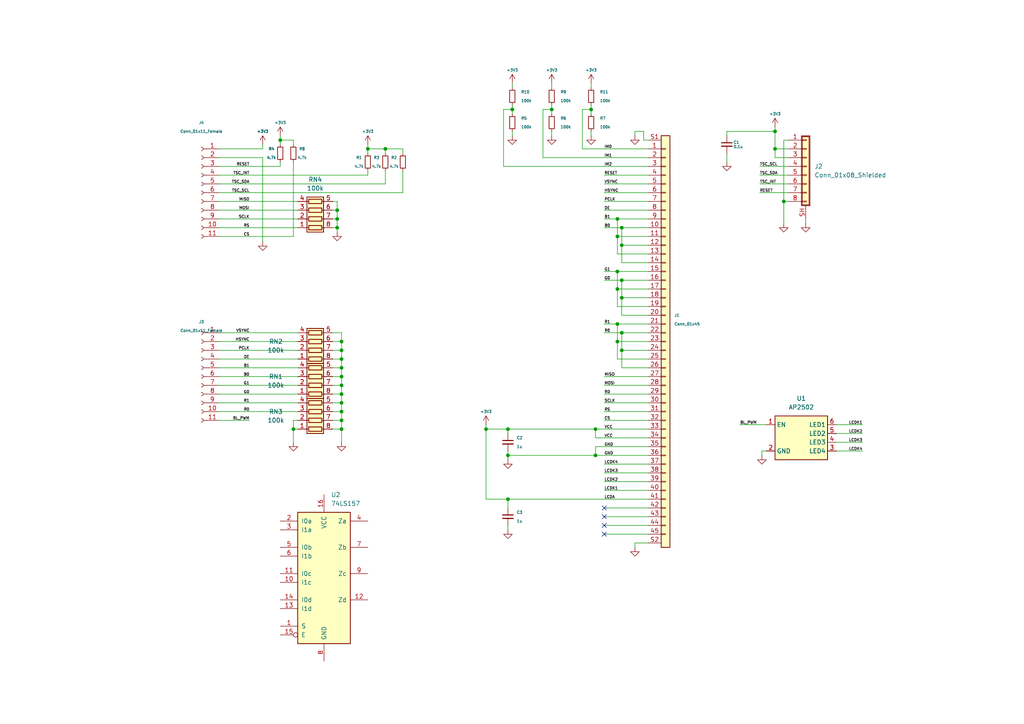
<source format=kicad_sch>
(kicad_sch (version 20211123) (generator eeschema)
  (paper "A4")
  (lib_symbols
    (symbol "74xx:74LS157" (pin_names (offset 1.016))
      (property "Reference" "U" (at -7.62 19.05 0))
      (property "Value" "74LS157" (at -7.62 -21.59 0))
      (symbol "74LS157_1_0"
        (pin input line (at -12.7 -15.24 0) (length 5.08) (name "S") (number "1"))
        (pin input line (at -12.7 -2.54 0) (length 5.08) (name "I1c") (number "10"))
        (pin input line (at -12.7 0 0) (length 5.08) (name "I0c") (number "11"))
        (pin output line (at 12.7 -7.62 180) (length 5.08) (name "Zd") (number "12"))
        (pin input line (at -12.7 -10.16 0) (length 5.08) (name "I1d") (number "13"))
        (pin input line (at -12.7 -7.62 0) (length 5.08) (name "I0d") (number "14"))
        (pin input inverted (at -12.7 -17.78 0) (length 5.08) (name "E") (number "15"))
        (pin power_in line (at 0 22.86 270) (length 5.08) (name "VCC") (number "16"))
        (pin input line (at -12.7 15.24 0) (length 5.08) (name "I0a") (number "2"))
        (pin input line (at -12.7 12.7 0) (length 5.08) (name "I1a") (number "3"))
        (pin output line (at 12.7 15.24 180) (length 5.08) (name "Za") (number "4"))
        (pin input line (at -12.7 7.62 0) (length 5.08) (name "I0b") (number "5"))
        (pin input line (at -12.7 5.08 0) (length 5.08) (name "I1b") (number "6"))
        (pin output line (at 12.7 7.62 180) (length 5.08) (name "Zb") (number "7"))
        (pin power_in line (at 0 -25.4 90) (length 5.08) (name "GND") (number "8"))
        (pin output line (at 12.7 0 180) (length 5.08) (name "Zc") (number "9"))
      )
      (symbol "74LS157_1_1"
        (rectangle (start -7.62 17.78) (end 7.62 -20.32) (stroke (width 0.254)) (fill (type background)))
      )
    )
    (symbol "Connector:Conn_01x11_Female" (pin_names (offset 1.016) hide)
      (property "Reference" "J" (at 0 15.24 0))
      (property "Value" "Conn_01x11_Female" (at 0 -15.24 0))
      (symbol "Conn_01x11_Female_1_1"
        (arc (start 0 -12.192) (mid -0.508 -12.7) (end 0 -13.208) (stroke (width 0.1524)))
        (arc (start 0 -9.652) (mid -0.508 -10.16) (end 0 -10.668) (stroke (width 0.1524)))
        (arc (start 0 -7.112) (mid -0.508 -7.62) (end 0 -8.128) (stroke (width 0.1524)))
        (arc (start 0 -4.572) (mid -0.508 -5.08) (end 0 -5.588) (stroke (width 0.1524)))
        (arc (start 0 -2.032) (mid -0.508 -2.54) (end 0 -3.048) (stroke (width 0.1524)))
        (polyline (pts (xy -1.27 -12.7) (xy -0.508 -12.7)) (stroke (width 0.1524)))
        (polyline (pts (xy -1.27 -10.16) (xy -0.508 -10.16)) (stroke (width 0.1524)))
        (polyline (pts (xy -1.27 -7.62) (xy -0.508 -7.62)) (stroke (width 0.1524)))
        (polyline (pts (xy -1.27 -5.08) (xy -0.508 -5.08)) (stroke (width 0.1524)))
        (polyline (pts (xy -1.27 -2.54) (xy -0.508 -2.54)) (stroke (width 0.1524)))
        (polyline (pts (xy -1.27 0) (xy -0.508 0)) (stroke (width 0.1524)))
        (polyline (pts (xy -1.27 2.54) (xy -0.508 2.54)) (stroke (width 0.1524)))
        (polyline (pts (xy -1.27 5.08) (xy -0.508 5.08)) (stroke (width 0.1524)))
        (polyline (pts (xy -1.27 7.62) (xy -0.508 7.62)) (stroke (width 0.1524)))
        (polyline (pts (xy -1.27 10.16) (xy -0.508 10.16)) (stroke (width 0.1524)))
        (polyline (pts (xy -1.27 12.7) (xy -0.508 12.7)) (stroke (width 0.1524)))
        (arc (start 0 0.508) (mid -0.508 0) (end 0 -0.508) (stroke (width 0.1524)))
        (arc (start 0 3.048) (mid -0.508 2.54) (end 0 2.032) (stroke (width 0.1524)))
        (arc (start 0 5.588) (mid -0.508 5.08) (end 0 4.572) (stroke (width 0.1524)))
        (arc (start 0 8.128) (mid -0.508 7.62) (end 0 7.112) (stroke (width 0.1524)))
        (arc (start 0 10.668) (mid -0.508 10.16) (end 0 9.652) (stroke (width 0.1524)))
        (arc (start 0 13.208) (mid -0.508 12.7) (end 0 12.192) (stroke (width 0.1524)))
        (pin passive line (at -5.08 12.7 0) (length 3.81) (name "Pin_1") (number "1"))
        (pin passive line (at -5.08 -10.16 0) (length 3.81) (name "Pin_10") (number "10"))
        (pin passive line (at -5.08 -12.7 0) (length 3.81) (name "Pin_11") (number "11"))
        (pin passive line (at -5.08 10.16 0) (length 3.81) (name "Pin_2") (number "2"))
        (pin passive line (at -5.08 7.62 0) (length 3.81) (name "Pin_3") (number "3"))
        (pin passive line (at -5.08 5.08 0) (length 3.81) (name "Pin_4") (number "4"))
        (pin passive line (at -5.08 2.54 0) (length 3.81) (name "Pin_5") (number "5"))
        (pin passive line (at -5.08 0 0) (length 3.81) (name "Pin_6") (number "6"))
        (pin passive line (at -5.08 -2.54 0) (length 3.81) (name "Pin_7") (number "7"))
        (pin passive line (at -5.08 -5.08 0) (length 3.81) (name "Pin_8") (number "8"))
        (pin passive line (at -5.08 -7.62 0) (length 3.81) (name "Pin_9") (number "9"))
      )
    )
    (symbol "Connector_Generic:Conn_01x40" (pin_names (offset 1.016) hide)
      (property "Reference" "J?" (at 2.54 0.0001 0))
      (property "Value" "Conn_01x45" (at 2.54 -2.5399 0))
      (symbol "Conn_01x40_1_1"
        (rectangle (start -1.27 -63.373) (end 0 -63.627) (stroke (width 0.1524)))
        (rectangle (start -1.27 -60.833) (end 0 -61.087) (stroke (width 0.1524)))
        (rectangle (start -1.27 -58.293) (end 0 -58.547) (stroke (width 0.1524)))
        (rectangle (start -1.27 -55.753) (end 0 -56.007) (stroke (width 0.1524)))
        (rectangle (start -1.27 -53.213) (end 0 -53.467) (stroke (width 0.1524)))
        (rectangle (start -1.27 -50.673) (end 0 -50.927) (stroke (width 0.1524)))
        (rectangle (start -1.27 -48.133) (end 0 -48.387) (stroke (width 0.1524)))
        (rectangle (start -1.27 -45.593) (end 0 -45.847) (stroke (width 0.1524)))
        (rectangle (start -1.27 -43.053) (end 0 -43.307) (stroke (width 0.1524)))
        (rectangle (start -1.27 -40.513) (end 0 -40.767) (stroke (width 0.1524)))
        (rectangle (start -1.27 -37.973) (end 0 -38.227) (stroke (width 0.1524)))
        (rectangle (start -1.27 -35.433) (end 0 -35.687) (stroke (width 0.1524)))
        (rectangle (start -1.27 -32.893) (end 0 -33.147) (stroke (width 0.1524)))
        (rectangle (start -1.27 -30.353) (end 0 -30.607) (stroke (width 0.1524)))
        (rectangle (start -1.27 -27.813) (end 0 -28.067) (stroke (width 0.1524)))
        (rectangle (start -1.27 -25.273) (end 0 -25.527) (stroke (width 0.1524)))
        (rectangle (start -1.27 -22.733) (end 0 -22.987) (stroke (width 0.1524)))
        (rectangle (start -1.27 -20.193) (end 0 -20.447) (stroke (width 0.1524)))
        (rectangle (start -1.27 -17.653) (end 0 -17.907) (stroke (width 0.1524)))
        (rectangle (start -1.27 -15.113) (end 0 -15.367) (stroke (width 0.1524)))
        (rectangle (start -1.27 -12.573) (end 0 -12.827) (stroke (width 0.1524)))
        (rectangle (start -1.27 -10.033) (end 0 -10.287) (stroke (width 0.1524)))
        (rectangle (start -1.27 -7.493) (end 0 -7.747) (stroke (width 0.1524)))
        (rectangle (start -1.27 -4.953) (end 0 -5.207) (stroke (width 0.1524)))
        (rectangle (start -1.27 -2.413) (end 0 -2.667) (stroke (width 0.1524)))
        (rectangle (start -1.27 0.127) (end 0 -0.127) (stroke (width 0.1524)))
        (rectangle (start -1.27 2.667) (end 0 2.413) (stroke (width 0.1524)))
        (rectangle (start -1.27 5.207) (end 0 4.953) (stroke (width 0.1524)))
        (rectangle (start -1.27 7.747) (end 0 7.493) (stroke (width 0.1524)))
        (rectangle (start -1.27 10.287) (end 0 10.033) (stroke (width 0.1524)))
        (rectangle (start -1.27 12.827) (end 0 12.573) (stroke (width 0.1524)))
        (rectangle (start -1.27 15.367) (end 0 15.113) (stroke (width 0.1524)))
        (rectangle (start -1.27 17.907) (end 0 17.653) (stroke (width 0.1524)))
        (rectangle (start -1.27 20.447) (end 0 20.193) (stroke (width 0.1524)))
        (rectangle (start -1.27 22.987) (end 0 22.733) (stroke (width 0.1524)))
        (rectangle (start -1.27 25.527) (end 0 25.273) (stroke (width 0.1524)))
        (rectangle (start -1.27 28.067) (end 0 27.813) (stroke (width 0.1524)))
        (rectangle (start -1.27 30.607) (end 0 30.353) (stroke (width 0.1524)))
        (rectangle (start -1.27 33.147) (end 0 32.893) (stroke (width 0.1524)))
        (rectangle (start -1.27 35.687) (end 0 35.433) (stroke (width 0.1524)))
        (rectangle (start -1.27 38.227) (end 0 37.973) (stroke (width 0.1524)))
        (rectangle (start -1.27 40.767) (end 0 40.513) (stroke (width 0.1524)))
        (rectangle (start -1.27 43.307) (end 0 43.053) (stroke (width 0.1524)))
        (rectangle (start -1.27 45.847) (end 0 45.593) (stroke (width 0.1524)))
        (rectangle (start -1.27 48.387) (end 0 48.133) (stroke (width 0.1524)))
        (rectangle (start -1.27 52.07) (end 1.27 -67.31) (stroke (width 0.254)) (fill (type background)))
        (pin passive line (at -5.08 48.26 0) (length 3.81) (name "Pin_1") (number "1"))
        (pin passive line (at -5.08 25.4 0) (length 3.81) (name "Pin_10") (number "10"))
        (pin passive line (at -5.08 22.86 0) (length 3.81) (name "Pin_11") (number "11"))
        (pin passive line (at -5.08 20.32 0) (length 3.81) (name "Pin_12") (number "12"))
        (pin passive line (at -5.08 17.78 0) (length 3.81) (name "Pin_13") (number "13"))
        (pin passive line (at -5.08 15.24 0) (length 3.81) (name "Pin_14") (number "14"))
        (pin passive line (at -5.08 12.7 0) (length 3.81) (name "Pin_15") (number "15"))
        (pin passive line (at -5.08 10.16 0) (length 3.81) (name "Pin_16") (number "16"))
        (pin passive line (at -5.08 7.62 0) (length 3.81) (name "Pin_17") (number "17"))
        (pin passive line (at -5.08 5.08 0) (length 3.81) (name "Pin_18") (number "18"))
        (pin passive line (at -5.08 2.54 0) (length 3.81) (name "Pin_19") (number "19"))
        (pin passive line (at -5.08 45.72 0) (length 3.81) (name "Pin_2") (number "2"))
        (pin passive line (at -5.08 0 0) (length 3.81) (name "Pin_20") (number "20"))
        (pin passive line (at -5.08 -2.54 0) (length 3.81) (name "Pin_21") (number "21"))
        (pin passive line (at -5.08 -5.08 0) (length 3.81) (name "Pin_22") (number "22"))
        (pin passive line (at -5.08 -7.62 0) (length 3.81) (name "Pin_23") (number "23"))
        (pin passive line (at -5.08 -10.16 0) (length 3.81) (name "Pin_24") (number "24"))
        (pin passive line (at -5.08 -12.7 0) (length 3.81) (name "Pin_25") (number "25"))
        (pin passive line (at -5.08 -15.24 0) (length 3.81) (name "Pin_26") (number "26"))
        (pin passive line (at -5.08 -17.78 0) (length 3.81) (name "Pin_27") (number "27"))
        (pin passive line (at -5.08 -20.32 0) (length 3.81) (name "Pin_28") (number "28"))
        (pin passive line (at -5.08 -22.86 0) (length 3.81) (name "Pin_29") (number "29"))
        (pin passive line (at -5.08 43.18 0) (length 3.81) (name "Pin_3") (number "3"))
        (pin passive line (at -5.08 -25.4 0) (length 3.81) (name "Pin_30") (number "30"))
        (pin passive line (at -5.08 -27.94 0) (length 3.81) (name "Pin_31") (number "31"))
        (pin passive line (at -5.08 -30.48 0) (length 3.81) (name "Pin_32") (number "32"))
        (pin passive line (at -5.08 -33.02 0) (length 3.81) (name "Pin_33") (number "33"))
        (pin passive line (at -5.08 -35.56 0) (length 3.81) (name "Pin_34") (number "34"))
        (pin passive line (at -5.08 -38.1 0) (length 3.81) (name "Pin_35") (number "35"))
        (pin passive line (at -5.08 -40.64 0) (length 3.81) (name "Pin_36") (number "36"))
        (pin passive line (at -5.08 -43.18 0) (length 3.81) (name "Pin_37") (number "37"))
        (pin passive line (at -5.08 -45.72 0) (length 3.81) (name "Pin_38") (number "38"))
        (pin passive line (at -5.08 -48.26 0) (length 3.81) (name "Pin_39") (number "39"))
        (pin passive line (at -5.08 40.64 0) (length 3.81) (name "Pin_4") (number "4"))
        (pin passive line (at -5.08 -50.8 0) (length 3.81) (name "Pin_40") (number "40"))
        (pin passive line (at -5.08 -53.34 0) (length 3.81) (name "Pin_40") (number "41"))
        (pin passive line (at -5.08 -55.88 0) (length 3.81) (name "Pin_40") (number "42"))
        (pin passive line (at -5.08 -58.42 0) (length 3.81) (name "Pin_40") (number "43"))
        (pin passive line (at -5.08 -60.96 0) (length 3.81) (name "Pin_40") (number "44"))
        (pin passive line (at -5.08 -63.5 0) (length 3.81) (name "Pin_40") (number "45"))
        (pin passive line (at -5.08 38.1 0) (length 3.81) (name "Pin_5") (number "5"))
        (pin passive line (at -5.08 35.56 0) (length 3.81) (name "Pin_6") (number "6"))
        (pin passive line (at -5.08 33.02 0) (length 3.81) (name "Pin_7") (number "7"))
        (pin passive line (at -5.08 30.48 0) (length 3.81) (name "Pin_8") (number "8"))
        (pin passive line (at -5.08 27.94 0) (length 3.81) (name "Pin_9") (number "9"))
        (pin passive line (at -5.08 50.8 0) (length 3.81) (name "S1") (number "S1"))
        (pin passive line (at -5.08 -66.04 0) (length 3.81) (name "S2") (number "S2"))
      )
    )
    (symbol "Connector_Generic_Shielded:Conn_01x08_Shielded" (pin_names (offset 1.016) hide)
      (property "Reference" "J" (at 0.254 9.906 0))
      (property "Value" "Conn_01x08_Shielded" (at 1.016 -12.446 0))
      (symbol "Conn_01x08_Shielded_1_1"
        (rectangle (start -1.27 8.89) (end 1.27 -11.43) (stroke (width 0.1524)))
        (rectangle (start -1.016 -10.033) (end 0.254 -10.287) (stroke (width 0.1524)))
        (rectangle (start -1.016 -7.493) (end 0.254 -7.747) (stroke (width 0.1524)))
        (rectangle (start -1.016 -4.953) (end 0.254 -5.207) (stroke (width 0.1524)))
        (rectangle (start -1.016 -2.413) (end 0.254 -2.667) (stroke (width 0.1524)))
        (rectangle (start -1.016 0.127) (end 0.254 -0.127) (stroke (width 0.1524)))
        (rectangle (start -1.016 2.667) (end 0.254 2.413) (stroke (width 0.1524)))
        (rectangle (start -1.016 5.207) (end 0.254 4.953) (stroke (width 0.1524)))
        (rectangle (start -1.016 7.747) (end 0.254 7.493) (stroke (width 0.1524)))
        (rectangle (start -1.016 8.636) (end 1.016 -11.176) (stroke (width 0.254)) (fill (type background)))
        (pin passive line (at -5.08 7.62 0) (length 4.064) (name "Pin_1") (number "1"))
        (pin passive line (at -5.08 5.08 0) (length 4.064) (name "Pin_2") (number "2"))
        (pin passive line (at -5.08 2.54 0) (length 4.064) (name "Pin_3") (number "3"))
        (pin passive line (at -5.08 0 0) (length 4.064) (name "Pin_4") (number "4"))
        (pin passive line (at -5.08 -2.54 0) (length 4.064) (name "Pin_5") (number "5"))
        (pin passive line (at -5.08 -5.08 0) (length 4.064) (name "Pin_6") (number "6"))
        (pin passive line (at -5.08 -7.62 0) (length 4.064) (name "Pin_7") (number "7"))
        (pin passive line (at -5.08 -10.16 0) (length 4.064) (name "Pin_8") (number "8"))
        (pin passive line (at 0 -15.24 90) (length 3.81) (name "Shield") (number "SH"))
      )
    )
    (symbol "Device:C_Small" (pin_numbers hide) (pin_names (offset 0.254) hide)
      (property "Reference" "C" (at 0.254 1.778 0))
      (property "Value" "C_Small" (at 0.254 -2.032 0))
      (symbol "C_Small_0_1"
        (polyline (pts (xy -1.524 -0.508) (xy 1.524 -0.508)) (stroke (width 0.3302)))
        (polyline (pts (xy -1.524 0.508) (xy 1.524 0.508)) (stroke (width 0.3048)))
      )
      (symbol "C_Small_1_1"
        (pin passive line (at 0 2.54 270) (length 2.032) (name "~") (number "1"))
        (pin passive line (at 0 -2.54 90) (length 2.032) (name "~") (number "2"))
      )
    )
    (symbol "Device:R_Pack04" (pin_names (offset 0) hide)
      (property "Reference" "RN" (at -7.62 0 90))
      (property "Value" "R_Pack04" (at 5.08 0 90))
      (symbol "R_Pack04_0_1"
        (rectangle (start -6.35 -2.413) (end 3.81 2.413) (stroke (width 0.254)) (fill (type background)))
        (rectangle (start -5.715 1.905) (end -4.445 -1.905) (stroke (width 0.254)))
        (rectangle (start -3.175 1.905) (end -1.905 -1.905) (stroke (width 0.254)))
        (rectangle (start -0.635 1.905) (end 0.635 -1.905) (stroke (width 0.254)))
        (polyline (pts (xy -5.08 -2.54) (xy -5.08 -1.905)))
        (polyline (pts (xy -5.08 1.905) (xy -5.08 2.54)))
        (polyline (pts (xy -2.54 -2.54) (xy -2.54 -1.905)))
        (polyline (pts (xy -2.54 1.905) (xy -2.54 2.54)))
        (polyline (pts (xy 0 -2.54) (xy 0 -1.905)))
        (polyline (pts (xy 0 1.905) (xy 0 2.54)))
        (polyline (pts (xy 2.54 -2.54) (xy 2.54 -1.905)))
        (polyline (pts (xy 2.54 1.905) (xy 2.54 2.54)))
        (rectangle (start 1.905 1.905) (end 3.175 -1.905) (stroke (width 0.254)))
      )
      (symbol "R_Pack04_1_1"
        (pin passive line (at -5.08 -5.08 90) (length 2.54) (name "R1.1") (number "1"))
        (pin passive line (at -2.54 -5.08 90) (length 2.54) (name "R2.1") (number "2"))
        (pin passive line (at 0 -5.08 90) (length 2.54) (name "R3.1") (number "3"))
        (pin passive line (at 2.54 -5.08 90) (length 2.54) (name "R4.1") (number "4"))
        (pin passive line (at 2.54 5.08 270) (length 2.54) (name "R4.2") (number "5"))
        (pin passive line (at 0 5.08 270) (length 2.54) (name "R3.2") (number "6"))
        (pin passive line (at -2.54 5.08 270) (length 2.54) (name "R2.2") (number "7"))
        (pin passive line (at -5.08 5.08 270) (length 2.54) (name "R1.2") (number "8"))
      )
    )
    (symbol "Device:R_Small" (pin_numbers hide) (pin_names (offset 0.254) hide)
      (property "Reference" "R" (at 0.762 0.508 0))
      (property "Value" "R_Small" (at 0.762 -1.016 0))
      (symbol "R_Small_0_1"
        (rectangle (start -0.762 1.778) (end 0.762 -1.778) (stroke (width 0.2032)))
      )
      (symbol "R_Small_1_1"
        (pin passive line (at 0 2.54 270) (length 0.762) (name "~") (number "1"))
        (pin passive line (at 0 -2.54 90) (length 0.762) (name "~") (number "2"))
      )
    )
    (symbol "bt_PMIC_Linear:AP2502"
      (property "Reference" "U" (at 0 -7.62 0))
      (property "Value" "AP2502" (at 0 8.255 0))
      (symbol "AP2502_0_1"
        (rectangle (start -7.62 6.35) (end 7.62 -6.35) (stroke (width 0.25)) (fill (type background)))
      )
      (symbol "AP2502_1_1"
        (pin input line (at -10.16 3.81 0) (length 2.54) (name "EN") (number "1"))
        (pin input line (at -10.16 -3.81 0) (length 2.54) (name "GND") (number "2"))
        (pin input line (at 10.16 -3.81 180) (length 2.54) (name "LED4") (number "3"))
        (pin input line (at 10.16 -1.27 180) (length 2.54) (name "LED3") (number "4"))
        (pin input line (at 10.16 1.27 180) (length 2.54) (name "LED2") (number "5"))
        (pin input line (at 10.16 3.81 180) (length 2.54) (name "LED1") (number "6"))
      )
    )
    (symbol "power:+3V3" (power) (pin_names (offset 0))
      (property "Value" "+3V3" (at 0 3.556 0))
      (symbol "+3V3_0_1"
        (polyline (pts (xy -0.762 1.27) (xy 0 2.54)))
        (polyline (pts (xy 0 0) (xy 0 2.54)))
        (polyline (pts (xy 0 2.54) (xy 0.762 1.27)))
      )
      (symbol "+3V3_1_1"
        (pin power_in line (at 0 0 90) (length 0) hide (name "+3V3") (number "1"))
      )
    )
    (symbol "power:GND" (power) (pin_names (offset 0))
      (property "Value" "GND" (at 0 -3.81 0))
      (symbol "GND_0_1"
        (polyline (pts (xy 0 0) (xy 0 -1.27) (xy 1.27 -1.27) (xy 0 -2.54) (xy -1.27 -1.27) (xy 0 -1.27)))
      )
      (symbol "GND_1_1"
        (pin power_in line (at 0 0 270) (length 0) hide (name "GND") (number "1"))
      )
    )
  )
  (junction (at 99.06 101.6))
  (junction (at 140.97 124.46))
  (junction (at 99.06 109.22))
  (junction (at 97.79 60.96))
  (junction (at 99.06 104.14))
  (junction (at 227.33 58.42))
  (junction (at 179.07 93.98))
  (junction (at 111.76 43.18))
  (junction (at 97.79 63.5))
  (junction (at 99.06 116.84))
  (junction (at 180.34 101.6))
  (junction (at 147.32 132.08))
  (junction (at 172.72 132.08))
  (junction (at 97.79 66.04))
  (junction (at 179.07 99.06))
  (junction (at 99.06 119.38))
  (junction (at 179.07 78.74))
  (junction (at 172.72 124.46))
  (junction (at 99.06 121.92))
  (junction (at 85.09 124.46))
  (junction (at 179.07 63.5))
  (junction (at 99.06 111.76))
  (junction (at 180.34 96.52))
  (junction (at 179.07 83.82))
  (junction (at 147.32 144.78))
  (junction (at 99.06 106.68))
  (junction (at 81.28 40.64))
  (junction (at 99.06 124.46))
  (junction (at 224.79 43.18))
  (junction (at 147.32 124.46))
  (junction (at 180.34 66.04))
  (junction (at 224.79 38.1))
  (junction (at 99.06 99.06))
  (junction (at 99.06 114.3))
  (junction (at 180.34 86.36))
  (junction (at 180.34 81.28))
  (junction (at 179.07 68.58))
  (junction (at 180.34 71.12))
  (junction (at 106.68 43.18))
  (junction (at 160.02 31.75))
  (junction (at 171.45 31.75))
  (junction (at 148.59 31.75))
  (no_connect (at 175.26 147.32))
  (no_connect (at 175.26 149.86))
  (no_connect (at 175.26 152.4))
  (no_connect (at 175.26 154.94))
  (wire (pts (xy 157.48 31.75) (xy 160.02 31.75)))
  (wire (pts (xy 81.28 40.64) (xy 85.09 40.64)))
  (wire (pts (xy 96.52 116.84) (xy 99.06 116.84)))
  (wire (pts (xy 220.345 53.34) (xy 228.6 53.34)))
  (wire (pts (xy 96.52 106.68) (xy 99.06 106.68)))
  (wire (pts (xy 116.84 43.18) (xy 116.84 44.45)))
  (wire (pts (xy 172.72 127) (xy 172.72 124.46)))
  (wire (pts (xy 179.07 68.58) (xy 187.96 68.58)))
  (wire (pts (xy 186.69 38.1) (xy 186.69 40.64)))
  (wire (pts (xy 148.59 31.75) (xy 148.59 33.02)))
  (wire (pts (xy 160.02 31.75) (xy 160.02 30.48)))
  (wire (pts (xy 147.32 132.08) (xy 172.72 132.08)))
  (wire (pts (xy 233.68 64.77) (xy 233.68 63.5)))
  (wire (pts (xy 168.91 43.18) (xy 168.91 31.75)))
  (wire (pts (xy 210.82 38.1) (xy 224.79 38.1)))
  (wire (pts (xy 172.72 129.54) (xy 187.96 129.54)))
  (wire (pts (xy 175.26 142.24) (xy 187.96 142.24)))
  (wire (pts (xy 99.06 96.52) (xy 96.52 96.52)))
  (wire (pts (xy 63.5 99.06) (xy 86.36 99.06)))
  (wire (pts (xy 63.5 101.6) (xy 86.36 101.6)))
  (wire (pts (xy 96.52 104.14) (xy 99.06 104.14)))
  (wire (pts (xy 86.36 121.92) (xy 85.09 121.92)))
  (wire (pts (xy 175.26 78.74) (xy 179.07 78.74)))
  (wire (pts (xy 63.5 48.26) (xy 81.28 48.26)))
  (wire (pts (xy 63.5 68.58) (xy 85.09 68.58)))
  (wire (pts (xy 99.06 109.22) (xy 99.06 111.76)))
  (wire (pts (xy 63.5 114.3) (xy 86.36 114.3)))
  (wire (pts (xy 99.06 116.84) (xy 99.06 119.38)))
  (wire (pts (xy 157.48 45.72) (xy 187.96 45.72)))
  (wire (pts (xy 210.82 44.45) (xy 210.82 46.99)))
  (wire (pts (xy 184.15 38.1) (xy 186.69 38.1)))
  (wire (pts (xy 175.26 96.52) (xy 180.34 96.52)))
  (wire (pts (xy 179.07 68.58) (xy 179.07 63.5)))
  (wire (pts (xy 180.34 106.68) (xy 180.34 101.6)))
  (wire (pts (xy 99.06 124.46) (xy 99.06 128.27)))
  (wire (pts (xy 242.57 128.27) (xy 250.19 128.27)))
  (wire (pts (xy 96.52 99.06) (xy 99.06 99.06)))
  (wire (pts (xy 172.72 124.46) (xy 187.96 124.46)))
  (wire (pts (xy 175.26 152.4) (xy 187.96 152.4)))
  (wire (pts (xy 175.26 119.38) (xy 187.96 119.38)))
  (wire (pts (xy 97.79 66.04) (xy 97.79 63.5)))
  (wire (pts (xy 63.5 63.5) (xy 86.36 63.5)))
  (wire (pts (xy 85.09 121.92) (xy 85.09 124.46)))
  (wire (pts (xy 168.91 43.18) (xy 187.96 43.18)))
  (wire (pts (xy 146.05 48.26) (xy 187.96 48.26)))
  (wire (pts (xy 171.45 39.37) (xy 171.45 38.1)))
  (wire (pts (xy 179.07 104.14) (xy 187.96 104.14)))
  (wire (pts (xy 175.26 137.16) (xy 187.96 137.16)))
  (wire (pts (xy 116.84 49.53) (xy 116.84 55.88)))
  (wire (pts (xy 175.26 147.32) (xy 187.96 147.32)))
  (wire (pts (xy 184.15 158.75) (xy 184.15 157.48)))
  (wire (pts (xy 224.79 38.1) (xy 224.79 43.18)))
  (wire (pts (xy 63.5 121.92) (xy 72.39 121.92)))
  (wire (pts (xy 147.32 153.67) (xy 147.32 152.4)))
  (wire (pts (xy 63.5 96.52) (xy 86.36 96.52)))
  (wire (pts (xy 171.45 24.13) (xy 171.45 25.4)))
  (wire (pts (xy 63.5 66.04) (xy 86.36 66.04)))
  (wire (pts (xy 175.26 149.86) (xy 187.96 149.86)))
  (wire (pts (xy 171.45 31.75) (xy 171.45 33.02)))
  (wire (pts (xy 175.26 114.3) (xy 187.96 114.3)))
  (wire (pts (xy 179.07 88.9) (xy 179.07 83.82)))
  (wire (pts (xy 99.06 114.3) (xy 99.06 116.84)))
  (wire (pts (xy 63.5 109.22) (xy 86.36 109.22)))
  (wire (pts (xy 147.32 130.81) (xy 147.32 132.08)))
  (wire (pts (xy 97.79 60.96) (xy 96.52 60.96)))
  (wire (pts (xy 224.79 36.83) (xy 224.79 38.1)))
  (wire (pts (xy 210.82 39.37) (xy 210.82 38.1)))
  (wire (pts (xy 106.68 49.53) (xy 106.68 50.8)))
  (wire (pts (xy 85.09 68.58) (xy 85.09 46.99)))
  (wire (pts (xy 179.07 93.98) (xy 187.96 93.98)))
  (wire (pts (xy 111.76 43.18) (xy 111.76 44.45)))
  (wire (pts (xy 160.02 24.13) (xy 160.02 25.4)))
  (wire (pts (xy 175.26 63.5) (xy 179.07 63.5)))
  (wire (pts (xy 63.5 119.38) (xy 86.36 119.38)))
  (wire (pts (xy 175.26 139.7) (xy 187.96 139.7)))
  (wire (pts (xy 168.91 31.75) (xy 171.45 31.75)))
  (wire (pts (xy 175.26 116.84) (xy 187.96 116.84)))
  (wire (pts (xy 147.32 124.46) (xy 172.72 124.46)))
  (wire (pts (xy 224.79 43.18) (xy 224.79 45.72)))
  (wire (pts (xy 111.76 43.18) (xy 116.84 43.18)))
  (wire (pts (xy 175.26 111.76) (xy 187.96 111.76)))
  (wire (pts (xy 227.33 64.77) (xy 227.33 58.42)))
  (wire (pts (xy 224.79 43.18) (xy 228.6 43.18)))
  (wire (pts (xy 96.52 111.76) (xy 99.06 111.76)))
  (wire (pts (xy 81.28 46.99) (xy 81.28 48.26)))
  (wire (pts (xy 175.26 58.42) (xy 187.96 58.42)))
  (wire (pts (xy 220.345 48.26) (xy 228.6 48.26)))
  (wire (pts (xy 76.2 45.72) (xy 63.5 45.72)))
  (wire (pts (xy 99.06 104.14) (xy 99.06 101.6)))
  (wire (pts (xy 228.6 45.72) (xy 224.79 45.72)))
  (wire (pts (xy 171.45 31.75) (xy 171.45 30.48)))
  (wire (pts (xy 180.34 101.6) (xy 187.96 101.6)))
  (wire (pts (xy 99.06 121.92) (xy 99.06 124.46)))
  (wire (pts (xy 99.06 111.76) (xy 99.06 114.3)))
  (wire (pts (xy 106.68 43.18) (xy 111.76 43.18)))
  (wire (pts (xy 63.5 43.18) (xy 76.2 43.18)))
  (wire (pts (xy 140.97 124.46) (xy 147.32 124.46)))
  (wire (pts (xy 220.345 50.8) (xy 228.6 50.8)))
  (wire (pts (xy 179.07 83.82) (xy 187.96 83.82)))
  (wire (pts (xy 175.26 134.62) (xy 187.96 134.62)))
  (wire (pts (xy 180.34 71.12) (xy 187.96 71.12)))
  (wire (pts (xy 147.32 147.32) (xy 147.32 144.78)))
  (wire (pts (xy 96.52 109.22) (xy 99.06 109.22)))
  (wire (pts (xy 179.07 73.66) (xy 187.96 73.66)))
  (wire (pts (xy 186.69 40.64) (xy 187.96 40.64)))
  (wire (pts (xy 179.07 73.66) (xy 179.07 68.58)))
  (wire (pts (xy 172.72 129.54) (xy 172.72 132.08)))
  (wire (pts (xy 227.33 40.64) (xy 227.33 58.42)))
  (wire (pts (xy 175.26 66.04) (xy 180.34 66.04)))
  (wire (pts (xy 180.34 86.36) (xy 187.96 86.36)))
  (wire (pts (xy 180.34 76.2) (xy 180.34 71.12)))
  (wire (pts (xy 184.15 157.48) (xy 187.96 157.48)))
  (wire (pts (xy 175.26 154.94) (xy 187.96 154.94)))
  (wire (pts (xy 180.34 91.44) (xy 180.34 86.36)))
  (wire (pts (xy 242.57 125.73) (xy 250.19 125.73)))
  (wire (pts (xy 106.68 41.91) (xy 106.68 43.18)))
  (wire (pts (xy 76.2 45.72) (xy 76.2 70.104)))
  (wire (pts (xy 63.5 111.76) (xy 86.36 111.76)))
  (wire (pts (xy 63.5 116.84) (xy 86.36 116.84)))
  (wire (pts (xy 147.32 133.35) (xy 147.32 132.08)))
  (wire (pts (xy 147.32 124.46) (xy 147.32 125.73)))
  (wire (pts (xy 63.5 50.8) (xy 106.68 50.8)))
  (wire (pts (xy 99.06 119.38) (xy 99.06 121.92)))
  (wire (pts (xy 147.32 144.78) (xy 140.97 144.78)))
  (wire (pts (xy 180.34 106.68) (xy 187.96 106.68)))
  (wire (pts (xy 220.345 55.88) (xy 228.6 55.88)))
  (wire (pts (xy 85.09 40.64) (xy 85.09 41.91)))
  (wire (pts (xy 97.79 63.5) (xy 96.52 63.5)))
  (wire (pts (xy 172.72 127) (xy 187.96 127)))
  (wire (pts (xy 180.34 91.44) (xy 187.96 91.44)))
  (wire (pts (xy 140.97 123.19) (xy 140.97 124.46)))
  (wire (pts (xy 97.79 63.5) (xy 97.79 60.96)))
  (wire (pts (xy 99.06 106.68) (xy 99.06 109.22)))
  (wire (pts (xy 96.52 101.6) (xy 99.06 101.6)))
  (wire (pts (xy 160.02 39.37) (xy 160.02 38.1)))
  (wire (pts (xy 175.26 81.28) (xy 180.34 81.28)))
  (wire (pts (xy 179.07 99.06) (xy 187.96 99.06)))
  (wire (pts (xy 220.98 130.81) (xy 222.25 130.81)))
  (wire (pts (xy 179.07 88.9) (xy 187.96 88.9)))
  (wire (pts (xy 97.79 66.04) (xy 96.52 66.04)))
  (wire (pts (xy 111.76 49.53) (xy 111.76 53.34)))
  (wire (pts (xy 175.26 109.22) (xy 187.96 109.22)))
  (wire (pts (xy 99.06 124.46) (xy 96.52 124.46)))
  (wire (pts (xy 146.05 48.26) (xy 146.05 31.75)))
  (wire (pts (xy 214.63 123.19) (xy 222.25 123.19)))
  (wire (pts (xy 179.07 63.5) (xy 187.96 63.5)))
  (wire (pts (xy 148.59 31.75) (xy 148.59 30.48)))
  (wire (pts (xy 147.32 144.78) (xy 187.96 144.78)))
  (wire (pts (xy 179.07 83.82) (xy 179.07 78.74)))
  (wire (pts (xy 99.06 106.68) (xy 99.06 104.14)))
  (wire (pts (xy 81.28 41.91) (xy 81.28 40.64)))
  (wire (pts (xy 63.5 53.34) (xy 111.76 53.34)))
  (wire (pts (xy 242.57 130.81) (xy 250.19 130.81)))
  (wire (pts (xy 180.34 76.2) (xy 187.96 76.2)))
  (wire (pts (xy 96.52 121.92) (xy 99.06 121.92)))
  (wire (pts (xy 175.26 50.8) (xy 187.96 50.8)))
  (wire (pts (xy 160.02 31.75) (xy 160.02 33.02)))
  (wire (pts (xy 97.79 58.42) (xy 96.52 58.42)))
  (wire (pts (xy 81.28 40.64) (xy 81.28 39.37)))
  (wire (pts (xy 180.34 71.12) (xy 180.34 66.04)))
  (wire (pts (xy 175.26 60.96) (xy 187.96 60.96)))
  (wire (pts (xy 179.07 99.06) (xy 179.07 93.98)))
  (wire (pts (xy 172.72 132.08) (xy 187.96 132.08)))
  (wire (pts (xy 175.26 121.92) (xy 187.96 121.92)))
  (wire (pts (xy 175.26 93.98) (xy 179.07 93.98)))
  (wire (pts (xy 180.34 86.36) (xy 180.34 81.28)))
  (wire (pts (xy 157.48 45.72) (xy 157.48 31.75)))
  (wire (pts (xy 99.06 101.6) (xy 99.06 99.06)))
  (wire (pts (xy 227.33 58.42) (xy 228.6 58.42)))
  (wire (pts (xy 180.34 66.04) (xy 187.96 66.04)))
  (wire (pts (xy 63.5 106.68) (xy 86.36 106.68)))
  (wire (pts (xy 63.5 58.42) (xy 86.36 58.42)))
  (wire (pts (xy 85.09 124.46) (xy 86.36 124.46)))
  (wire (pts (xy 228.6 40.64) (xy 227.33 40.64)))
  (wire (pts (xy 99.06 99.06) (xy 99.06 96.52)))
  (wire (pts (xy 179.07 104.14) (xy 179.07 99.06)))
  (wire (pts (xy 63.5 55.88) (xy 116.84 55.88)))
  (wire (pts (xy 96.52 119.38) (xy 99.06 119.38)))
  (wire (pts (xy 148.59 24.13) (xy 148.59 25.4)))
  (wire (pts (xy 148.59 39.37) (xy 148.59 38.1)))
  (wire (pts (xy 180.34 101.6) (xy 180.34 96.52)))
  (wire (pts (xy 63.5 60.96) (xy 86.36 60.96)))
  (wire (pts (xy 106.68 43.18) (xy 106.68 44.45)))
  (wire (pts (xy 97.79 67.31) (xy 97.79 66.04)))
  (wire (pts (xy 184.15 39.37) (xy 184.15 38.1)))
  (wire (pts (xy 146.05 31.75) (xy 148.59 31.75)))
  (wire (pts (xy 97.79 60.96) (xy 97.79 58.42)))
  (wire (pts (xy 175.26 53.34) (xy 187.96 53.34)))
  (wire (pts (xy 180.34 96.52) (xy 187.96 96.52)))
  (wire (pts (xy 140.97 144.78) (xy 140.97 124.46)))
  (wire (pts (xy 96.52 114.3) (xy 99.06 114.3)))
  (wire (pts (xy 242.57 123.19) (xy 250.19 123.19)))
  (wire (pts (xy 175.26 55.88) (xy 187.96 55.88)))
  (wire (pts (xy 85.09 128.27) (xy 85.09 124.46)))
  (wire (pts (xy 63.5 104.14) (xy 86.36 104.14)))
  (wire (pts (xy 180.34 81.28) (xy 187.96 81.28)))
  (wire (pts (xy 179.07 78.74) (xy 187.96 78.74)))
  (wire (pts (xy 76.2 41.91) (xy 76.2 43.18)))
  (wire (pts (xy 220.98 132.08) (xy 220.98 130.81)))
  (label "R0" (at 175.26 96.52 0) (effects (font (size 0.8 0.8))))
  (label "LCDK1" (at 250.19 123.19 180) (effects (font (size 0.8 0.8))))
  (label "R1" (at 72.39 116.84 180) (effects (font (size 0.8 0.8))))
  (label "TSC_SCL" (at 220.345 48.26 0) (effects (font (size 0.8 0.8))))
  (label "G0" (at 72.39 114.3 180) (effects (font (size 0.8 0.8))))
  (label "LCDK4" (at 250.19 130.81 180) (effects (font (size 0.8 0.8))))
  (label "LCDK4" (at 175.26 134.62 0) (effects (font (size 0.8 0.8))))
  (label "LCDK2" (at 175.26 139.7 0) (effects (font (size 0.8 0.8))))
  (label "HSYNC" (at 175.26 55.88 0) (effects (font (size 0.8 0.8))))
  (label "BL_PWM" (at 72.39 121.92 180) (effects (font (size 0.8 0.8))))
  (label "HSYNC" (at 72.39 99.06 180) (effects (font (size 0.8 0.8))))
  (label "RS" (at 175.26 119.38 0) (effects (font (size 0.8 0.8))))
  (label "RS" (at 72.39 66.04 180) (effects (font (size 0.8 0.8))))
  (label "MISO" (at 175.26 109.22 0) (effects (font (size 0.8 0.8))))
  (label "VSYNC" (at 72.39 96.52 180) (effects (font (size 0.8 0.8))))
  (label "LCDK1" (at 175.26 142.24 0) (effects (font (size 0.8 0.8))))
  (label "TSC_SDA" (at 72.39 53.34 180) (effects (font (size 0.8 0.8))))
  (label "VCC" (at 175.26 127 0) (effects (font (size 0.8 0.8))))
  (label "LCDK3" (at 175.26 137.16 0) (effects (font (size 0.8 0.8))))
  (label "B1" (at 72.39 106.68 180) (effects (font (size 0.8 0.8))))
  (label "DE" (at 175.26 60.96 0) (effects (font (size 0.8 0.8))))
  (label "BL_PWM" (at 214.63 123.19 0) (effects (font (size 0.8 0.8))))
  (label "VSYNC" (at 175.26 53.34 0) (effects (font (size 0.8 0.8))))
  (label "R1" (at 175.26 93.98 0) (effects (font (size 0.8 0.8))))
  (label "TSC_SDA" (at 220.345 50.8 0) (effects (font (size 0.8 0.8))))
  (label "LCDK3" (at 250.19 128.27 180) (effects (font (size 0.8 0.8))))
  (label "RESET" (at 72.39 48.26 180) (effects (font (size 0.8 0.8))))
  (label "MISO" (at 72.39 58.42 180) (effects (font (size 0.8 0.8))))
  (label "SCLK" (at 72.39 63.5 180) (effects (font (size 0.8 0.8))))
  (label "RESET" (at 175.26 50.8 0) (effects (font (size 0.8 0.8))))
  (label "PCLK" (at 72.39 101.6 180) (effects (font (size 0.8 0.8))))
  (label "GND" (at 175.26 132.08 0) (effects (font (size 0.8 0.8))))
  (label "IM2" (at 175.26 48.26 0) (effects (font (size 0.8 0.8))))
  (label "CS" (at 175.26 121.92 0) (effects (font (size 0.8 0.8))))
  (label "MOSI" (at 175.26 111.76 0) (effects (font (size 0.8 0.8))))
  (label "CS" (at 72.39 68.58 180) (effects (font (size 0.8 0.8))))
  (label "B1" (at 175.26 63.5 0) (effects (font (size 0.8 0.8))))
  (label "IM0" (at 175.26 43.18 0) (effects (font (size 0.8 0.8))))
  (label "B0" (at 72.39 109.22 180) (effects (font (size 0.8 0.8))))
  (label "DE" (at 72.39 104.14 180) (effects (font (size 0.8 0.8))))
  (label "PCLK" (at 175.26 58.42 0) (effects (font (size 0.8 0.8))))
  (label "R0" (at 72.39 119.38 180) (effects (font (size 0.8 0.8))))
  (label "LCDA" (at 175.26 144.78 0) (effects (font (size 0.8 0.8))))
  (label "G1" (at 175.26 78.74 0) (effects (font (size 0.8 0.8))))
  (label "RESET" (at 220.345 55.88 0) (effects (font (size 0.8 0.8))))
  (label "TSC_INT" (at 220.345 53.34 0) (effects (font (size 0.8 0.8))))
  (label "VCC" (at 175.26 124.46 0) (effects (font (size 0.8 0.8))))
  (label "TSC_SCL" (at 72.39 55.88 180) (effects (font (size 0.8 0.8))))
  (label "TSC_INT" (at 72.39 50.8 180) (effects (font (size 0.8 0.8))))
  (label "IM1" (at 175.26 45.72 0) (effects (font (size 0.8 0.8))))
  (label "G1" (at 72.39 111.76 180) (effects (font (size 0.8 0.8))))
  (label "B0" (at 175.26 66.04 0) (effects (font (size 0.8 0.8))))
  (label "RD" (at 175.26 114.3 0) (effects (font (size 0.8 0.8))))
  (label "MOSI" (at 72.39 60.96 180) (effects (font (size 0.8 0.8))))
  (label "GND" (at 175.26 129.54 0) (effects (font (size 0.8 0.8))))
  (label "LCDK2" (at 250.19 125.73 180) (effects (font (size 0.8 0.8))))
  (label "SCLK" (at 175.26 116.84 0) (effects (font (size 0.8 0.8))))
  (label "G0" (at 175.26 81.28 0) (effects (font (size 0.8 0.8))))
  (symbol (lib_id "power:+3V3") (at 76.2 41.91 0) (unit 1)
    (property "Reference" "#PWR0104" (effects hide))
    (property "Value" "+3V3" (at 76.2 38.1 0) (effects (font (size 0.8 0.8))))
  )
  (symbol (lib_id "Connector_Generic_Shielded:Conn_01x08_Shielded") (at 233.68 48.26 0) (unit 1)
    (property "Reference" "J2" (at 236.22 48.2599 0) (effects (justify left)))
    (property "Value" "Conn_01x08_Shielded" (at 236.22 50.7999 0) (effects (justify left)))
    (property "Footprint" "Connector_FFC-FPC:TE_0-1734839-8_1x08-1MP_P0.5mm_Horizontal" (effects hide))
  )
  (symbol (lib_id "74xx:74LS157") (at 93.98 166.37 0) (unit 1)
    (property "Reference" "U2" (at 95.9994 143.51 0) (effects (justify left)))
    (property "Value" "74LS157" (at 95.9994 146.05 0) (effects (justify left)))
    (property "Footprint" "Package_SO:TSSOP-16_4.4x5mm_P0.65mm" (effects hide))
    (property "Datasheet" "http://www.ti.com/lit/gpn/sn74LS157" (effects hide))
  )
  (symbol (lib_id "Device:R_Small") (at 160.02 27.94 0) (unit 1)
    (property "Reference" "R9" (at 162.56 26.6699 0) (effects (font (size 0.8 0.8)) (justify left)))
    (property "Value" "100k" (at 162.56 29.2099 0) (effects (font (size 0.8 0.8)) (justify left)))
    (property "Footprint" "Resistor_SMD:R_0402_1005Metric" (effects hide))
  )
  (symbol (lib_id "power:GND") (at 160.02 39.37 0) (unit 1)
    (property "Reference" "#PWR0122" (effects hide))
    (property "Value" "GND" (effects hide))
  )
  (symbol (lib_id "power:GND") (at 184.15 158.75 0) (unit 1)
    (property "Reference" "#PWR0102" (effects hide))
    (property "Value" "GND" (effects hide))
  )
  (symbol (lib_id "power:GND") (at 233.68 64.77 0) (unit 1)
    (property "Reference" "#PWR0107" (effects hide))
    (property "Value" "GND" (effects hide))
  )
  (symbol (lib_id "Device:R_Small") (at 148.59 35.56 0) (unit 1)
    (property "Reference" "R5" (at 151.13 34.2899 0) (effects (font (size 0.8 0.8)) (justify left)))
    (property "Value" "100k" (at 151.13 36.8299 0) (effects (font (size 0.8 0.8)) (justify left)))
    (property "Footprint" "Resistor_SMD:R_0402_1005Metric" (effects hide))
  )
  (symbol (lib_id "power:+3V3") (at 171.45 24.13 0) (unit 1)
    (property "Reference" "#PWR0117" (effects hide))
    (property "Value" "+3V3" (at 171.45 20.32 0) (effects (font (size 0.8 0.8))))
  )
  (symbol (lib_id "power:GND") (at 99.06 128.27 0) (unit 1)
    (property "Reference" "#PWR0124" (effects hide))
    (property "Value" "GND" (effects hide))
  )
  (symbol (lib_id "Device:C_Small") (at 147.32 149.86 0) (mirror y) (unit 1)
    (property "Reference" "C3" (at 149.86 148.5962 0) (effects (font (size 0.8 0.8)) (justify right)))
    (property "Value" "1u" (at 149.86 151.1362 0) (effects (font (size 0.8 0.8)) (justify right)))
    (property "Footprint" "Capacitor_SMD:C_0603_1608Metric" (effects hide))
  )
  (symbol (lib_id "Device:R_Pack04") (at 91.44 109.22 270) (mirror x) (unit 1)
    (property "Reference" "RN1" (at 80.01 109.22 90))
    (property "Value" "100k" (at 80.01 111.76 90))
    (property "Footprint" "Resistor_SMD:R_Array_Concave_4x0402" (effects hide))
  )
  (symbol (lib_id "Device:R_Small") (at 171.45 27.94 0) (unit 1)
    (property "Reference" "R11" (at 173.99 26.6699 0) (effects (font (size 0.8 0.8)) (justify left)))
    (property "Value" "100k" (at 173.99 29.2099 0) (effects (font (size 0.8 0.8)) (justify left)))
    (property "Footprint" "Resistor_SMD:R_0402_1005Metric" (effects hide))
  )
  (symbol (lib_id "power:+3V3") (at 81.28 39.37 0) (unit 1)
    (property "Reference" "#PWR0103" (effects hide))
    (property "Value" "+3V3" (at 81.28 35.56 0) (effects (font (size 0.8 0.8))))
  )
  (symbol (lib_id "power:GND") (at 184.15 39.37 0) (unit 1)
    (property "Reference" "#PWR0123" (effects hide))
    (property "Value" "GND" (effects hide))
  )
  (symbol (lib_id "power:GND") (at 148.59 39.37 0) (unit 1)
    (property "Reference" "#PWR0121" (effects hide))
    (property "Value" "GND" (effects hide))
  )
  (symbol (lib_id "Device:R_Small") (at 106.68 46.99 180) (unit 1)
    (property "Reference" "R1" (at 104.14 45.72 0) (effects (font (size 0.8 0.8))))
    (property "Value" "4.7k" (at 104.14 48.26 0) (effects (font (size 0.8 0.8))))
    (property "Footprint" "Resistor_SMD:R_0402_1005Metric" (effects hide))
  )
  (symbol (lib_id "Device:R_Pack04") (at 91.44 60.96 270) (mirror x) (unit 1)
    (property "Reference" "RN4" (at 91.44 52.07 90))
    (property "Value" "100k" (at 91.44 54.61 90))
    (property "Footprint" "Resistor_SMD:R_Array_Concave_4x0402" (effects hide))
  )
  (symbol (lib_id "Connector:Conn_01x11_Female") (at 58.42 109.22 0) (mirror y) (unit 1)
    (property "Reference" "J3" (at 58.42 93.345 0) (effects (font (size 0.8 0.8))))
    (property "Value" "Conn_01x11_Female" (at 58.42 95.885 0) (effects (font (size 0.8 0.8))))
    (property "Footprint" "Connector_PinHeader_2.54mm:PinHeader_1x11_P2.54mm_Vertical" (effects hide))
  )
  (symbol (lib_id "power:+3V3") (at 224.79 36.83 0) (unit 1)
    (property "Reference" "#PWR0109" (effects hide))
    (property "Value" "+3V3" (at 224.79 33.02 0) (effects (font (size 0.8 0.8))))
  )
  (symbol (lib_id "power:GND") (at 147.32 133.35 0) (unit 1)
    (property "Reference" "#PWR0116" (effects hide))
    (property "Value" "GND" (effects hide))
  )
  (symbol (lib_id "Device:R_Small") (at 171.45 35.56 0) (unit 1)
    (property "Reference" "R7" (at 173.99 34.2899 0) (effects (font (size 0.8 0.8)) (justify left)))
    (property "Value" "100k" (at 173.99 36.8299 0) (effects (font (size 0.8 0.8)) (justify left)))
    (property "Footprint" "Resistor_SMD:R_0402_1005Metric" (effects hide))
  )
  (symbol (lib_id "Device:C_Small") (at 147.32 128.27 0) (mirror y) (unit 1)
    (property "Reference" "C2" (at 149.86 127.0062 0) (effects (font (size 0.8 0.8)) (justify right)))
    (property "Value" "1u" (at 149.86 129.5462 0) (effects (font (size 0.8 0.8)) (justify right)))
    (property "Footprint" "Capacitor_SMD:C_0603_1608Metric" (effects hide))
  )
  (symbol (lib_id "power:GND") (at 147.32 153.67 0) (unit 1)
    (property "Reference" "#PWR0115" (effects hide))
    (property "Value" "GND" (effects hide))
  )
  (symbol (lib_id "power:+3V3") (at 160.02 24.13 0) (unit 1)
    (property "Reference" "#PWR0119" (effects hide))
    (property "Value" "+3V3" (at 160.02 20.32 0) (effects (font (size 0.8 0.8))))
  )
  (symbol (lib_id "power:+3V3") (at 148.59 24.13 0) (unit 1)
    (property "Reference" "#PWR0118" (effects hide))
    (property "Value" "+3V3" (at 148.59 20.32 0) (effects (font (size 0.8 0.8))))
  )
  (symbol (lib_id "Device:R_Small") (at 148.59 27.94 0) (unit 1)
    (property "Reference" "R10" (at 151.13 26.6699 0) (effects (font (size 0.8 0.8)) (justify left)))
    (property "Value" "100k" (at 151.13 29.2099 0) (effects (font (size 0.8 0.8)) (justify left)))
    (property "Footprint" "Resistor_SMD:R_0402_1005Metric" (effects hide))
  )
  (symbol (lib_id "Device:R_Pack04") (at 91.44 99.06 270) (mirror x) (unit 1)
    (property "Reference" "RN2" (at 80.01 99.06 90))
    (property "Value" "100k" (at 80.01 101.6 90))
    (property "Footprint" "Resistor_SMD:R_Array_Concave_4x0402" (effects hide))
  )
  (symbol (lib_id "power:GND") (at 171.45 39.37 0) (unit 1)
    (property "Reference" "#PWR0120" (effects hide))
    (property "Value" "GND" (effects hide))
  )
  (symbol (lib_id "Device:R_Small") (at 81.28 44.45 180) (unit 1)
    (property "Reference" "R4" (at 78.74 43.18 0) (effects (font (size 0.8 0.8))))
    (property "Value" "4.7k" (at 78.74 45.72 0) (effects (font (size 0.8 0.8))))
    (property "Footprint" "Resistor_SMD:R_0402_1005Metric" (effects hide))
  )
  (symbol (lib_id "Device:C_Small") (at 210.82 41.91 0) (unit 1)
    (property "Reference" "C1" (at 212.725 41.275 0) (effects (font (size 0.8 0.8)) (justify left)))
    (property "Value" "0.1u" (at 212.725 42.545 0) (effects (font (size 0.8 0.8)) (justify left)))
    (property "Footprint" "Capacitor_SMD:C_0402_1005Metric" (effects hide))
  )
  (symbol (lib_id "Connector_Generic:Conn_01x40") (at 193.04 91.44 0) (unit 1)
    (property "Reference" "J1" (at 195.58 91.4399 0) (effects (font (size 0.8 0.8)) (justify left)))
    (property "Value" "Conn_01x45" (at 195.58 93.9799 0) (effects (font (size 0.8 0.8)) (justify left)))
    (property "Footprint" "Connector_FFC-FPC:Hirose_FH12-45S-0.5SH_1x45-1MP_P0.50mm_Horizontal" (effects hide))
  )
  (symbol (lib_id "power:GND") (at 97.79 67.31 0) (unit 1)
    (property "Reference" "#PWR0114" (effects hide))
    (property "Value" "GND" (effects hide))
  )
  (symbol (lib_id "power:+3V3") (at 140.97 123.19 0) (unit 1)
    (property "Reference" "#PWR0101" (effects hide))
    (property "Value" "+3V3" (at 140.97 119.38 0) (effects (font (size 0.8 0.8))))
  )
  (symbol (lib_id "Device:R_Small") (at 116.84 46.99 180) (unit 1)
    (property "Reference" "R2" (at 114.3 45.72 0) (effects (font (size 0.8 0.8))))
    (property "Value" "4.7k" (at 114.3 48.26 0) (effects (font (size 0.8 0.8))))
    (property "Footprint" "Resistor_SMD:R_0402_1005Metric" (effects hide))
  )
  (symbol (lib_id "power:GND") (at 85.09 128.27 0) (unit 1)
    (property "Reference" "#PWR0112" (effects hide))
    (property "Value" "GND" (effects hide))
  )
  (symbol (lib_id "power:GND") (at 220.98 132.08 0) (unit 1)
    (property "Reference" "#PWR0110" (effects hide))
    (property "Value" "GND" (effects hide))
  )
  (symbol (lib_id "power:GND") (at 210.82 46.99 0) (unit 1)
    (property "Reference" "#PWR0106" (effects hide))
    (property "Value" "GND" (effects hide))
  )
  (symbol (lib_id "bt_PMIC_Linear:AP2502") (at 232.41 127 0) (unit 1)
    (property "Reference" "U1" (at 232.41 115.57 0))
    (property "Value" "AP2502" (at 232.41 118.11 0))
    (property "Footprint" "Package_TO_SOT_SMD:SOT-23-6" (effects hide))
  )
  (symbol (lib_id "Device:R_Pack04") (at 91.44 119.38 270) (mirror x) (unit 1)
    (property "Reference" "RN3" (at 80.01 119.38 90))
    (property "Value" "100k" (at 80.01 121.92 90))
    (property "Footprint" "Resistor_SMD:R_Array_Concave_4x0402" (effects hide))
  )
  (symbol (lib_id "Device:R_Small") (at 111.76 46.99 180) (unit 1)
    (property "Reference" "R3" (at 109.22 45.72 0) (effects (font (size 0.8 0.8))))
    (property "Value" "4.7k" (at 109.22 48.26 0) (effects (font (size 0.8 0.8))))
    (property "Footprint" "Resistor_SMD:R_0402_1005Metric" (effects hide))
  )
  (symbol (lib_id "Device:R_Small") (at 85.09 44.45 0) (mirror x) (unit 1)
    (property "Reference" "R8" (at 87.63 43.18 0) (effects (font (size 0.8 0.8))))
    (property "Value" "4.7k" (at 87.63 45.72 0) (effects (font (size 0.8 0.8))))
    (property "Footprint" "Resistor_SMD:R_0402_1005Metric" (effects hide))
  )
  (symbol (lib_id "Connector:Conn_01x11_Female") (at 58.42 55.88 0) (mirror y) (unit 1)
    (property "Reference" "J4" (at 58.42 35.56 0) (effects (font (size 0.8 0.8))))
    (property "Value" "Conn_01x11_Female" (at 58.42 38.1 0) (effects (font (size 0.8 0.8))))
    (property "Footprint" "Connector_PinHeader_2.54mm:PinHeader_1x11_P2.54mm_Vertical" (effects hide))
  )
  (symbol (lib_id "power:GND") (at 227.33 64.77 0) (unit 1)
    (property "Reference" "#PWR0108" (effects hide))
    (property "Value" "GND" (effects hide))
  )
  (symbol (lib_id "power:GND") (at 76.2 70.104 0) (unit 1)
    (property "Reference" "#PWR0105" (effects hide))
    (property "Value" "GND" (effects hide))
  )
  (symbol (lib_id "power:+3V3") (at 106.68 41.91 0) (unit 1)
    (property "Reference" "#PWR0111" (effects hide))
    (property "Value" "+3V3" (at 106.68 38.1 0) (effects (font (size 0.8 0.8))))
  )
  (symbol (lib_id "Device:R_Small") (at 160.02 35.56 0) (unit 1)
    (property "Reference" "R6" (at 162.56 34.2899 0) (effects (font (size 0.8 0.8)) (justify left)))
    (property "Value" "100k" (at 162.56 36.8299 0) (effects (font (size 0.8 0.8)) (justify left)))
    (property "Footprint" "Resistor_SMD:R_0402_1005Metric" (effects hide))
  )
)
</source>
